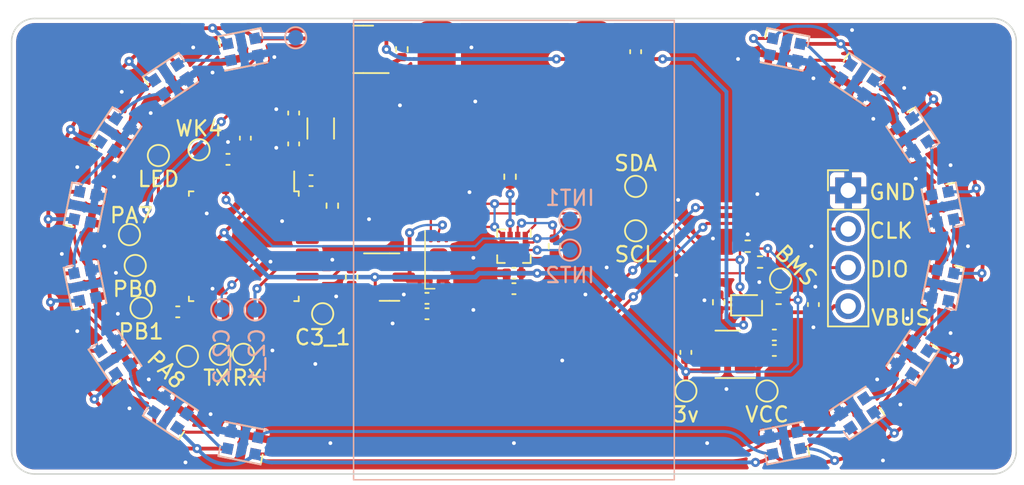
<source format=kicad_pcb>
(kicad_pcb (version 20240108) (generator "pcbnew") (generator_version "8.0")
  (layers (0 "F.Cu" signal) (31 "B.Cu" signal) (34 "B.Paste" user) (35 "F.Paste" user) (36 "B.SilkS" user "B.Silkscreen") (37 "F.SilkS" user "F.Silkscreen") (38 "B.Mask" user) (39 "F.Mask" user) (44 "Edge.Cuts" user))
  (net 0 "")
  (net 1 "VCC")
  (net 2 "VBUS")
  (net 3 "SWDIO")
  (net 4 "SWCLK")
  (net 5 "GND")
  (net 6 "+3V0")
  (net 7 "IMU_INT2")
  (net 8 "IMU_INT1")
  (net 9 "SCL")
  (net 10 "SDA")
  (net 11 "~{BMS_INT}")
  (net 12 "TS|MR")
  (net 13 "Net-(U4-PH3)")
  (net 14 "BH1730PowerCtrl")
  (net 16 "TSC_G2_IO1")
  (net 19 "Net-(U4-PC14)")
  (net 20 "Net-(U4-PC15)")
  (net 21 "TSC_G2_IO2")
  (net 22 "TSC_G3_IO1")
  (net 23 "WKUP4")
  (net 24 "Net-(U4-NRST)")
  (net 25 "LED IN")
  (net 28 "LEDPowerCtrl")
  (net 29 "TX")
  (net 30 "Net-(U3-SA0{slash}SDO)")
  (net 31 "Net-(U3-~{CS})")
  (net 33 "RX")
  (net 34 "+BATT")
  (net 35 "/LED_PWR")
  (net 36 "Net-(U4-PA7)")
  (net 37 "ALVCC")
  (net 38 "Net-(U4-PB0)")
  (net 39 "Net-(U4-PB1)")
  (net 40 "Net-(U4-PA8)")
  (footprint "Capacitor_SMD:C_0402_1005Metric" (layer "F.Cu") (at 163.576 95.504 180)
    (property "Reference" "C7" (hide yes))
    (property "Value" "100n")
  )
  (footprint "Package_TO_SOT_SMD:SOT-23-5" (layer "F.Cu") (at 199.7202 98.298 180)
    (property "Reference" "U1" (hide yes))
    (property "Value" "AP2205-3.0" (hide yes))
  )
  (footprint "Resistor_SMD:R_0402_1005Metric" (layer "F.Cu") (at 199.136 94.871 90)
    (property "Reference" "R5" (hide yes))
    (property "Value" "10k")
  )
  (footprint "Package_LGA:LGA-12_2x2mm_P0.5mm" (layer "F.Cu") (at 185.674 91.186 -90)
    (property "Reference" "U3" (hide yes))
    (property "Value" "LIS2DW12" (hide yes))
  )
  (footprint "Capacitor_SMD:C_0402_1005Metric" (layer "F.Cu") (at 179.959 94.615)
    (property "Reference" "C14" (hide yes))
    (property "Value" "100n")
  )
  (footprint "TestPoint:TestPoint_Pad_D1.0mm" (layer "F.Cu") (at 160.782 92.456)
    (property "Reference" "TP1" (hide yes))
    (property "Value" "PB0")
  )
  (footprint "Crystal:Crystal_SMD_3215-2Pin_3.2x1.5mm" (layer "F.Cu") (at 172.974 83.439 90)
    (property "Reference" "Y1" (hide yes))
    (property "Value" "32.768k")
  )
  (footprint "Resistor_SMD:R_0402_1005Metric" (layer "F.Cu") (at 188.341 91.186 90)
    (property "Reference" "R2" (hide yes))
    (property "Value" "10k")
  )
  (footprint "Resistor_SMD:R_0402_1005Metric" (layer "F.Cu") (at 185.42 86.614 -90)
    (property "Reference" "R3" (hide yes))
    (property "Value" "0")
  )
  (footprint "Capacitor_SMD:C_0402_1005Metric" (layer "F.Cu") (at 205.359 95.024 90)
    (property "Reference" "C2" (hide yes))
    (property "Value" "1u")
  )
  (footprint "Capacitor_SMD:C_0402_1005Metric" (layer "F.Cu") (at 202.791 97.028)
    (property "Reference" "C1" (hide yes))
    (property "Value" "10u")
  )
  (footprint "LED_SMD:LED_WS2812B-2020_PLCC4_2.0x2.0mm" (layer "F.Cu") (at 208.25176 102.168051 -146.25)
    (property "Reference" "REF**7" (hide yes))
    (property "Value" "LED_WS2812B-2020_PLCC4_2.0x2.0mm" (hide yes))
  )
  (footprint "Capacitor_SMD:C_0402_1005Metric" (layer "F.Cu") (at 172.339 86.868)
    (property "Reference" "C5" (hide yes))
    (property "Value" "100n")
  )
  (footprint "Capacitor_SMD:C_0402_1005Metric" (layer "F.Cu") (at 179.959 95.631)
    (property "Reference" "C15" (hide yes))
    (property "Value" "100n")
  )
  (footprint "Capacitor_SMD:C_0402_1005Metric" (layer "F.Cu") (at 185.674 93.98 180)
    (property "Reference" "C4" (hide yes))
    (property "Value" "10u")
  )
  (footprint "Capacitor_SMD:C_0402_1005Metric" (layer "F.Cu") (at 171.196 82.423 90)
    (property "Reference" "C13" (hide yes))
    (property "Value" "4p3")
  )
  (footprint "Package_QFP:LQFP-32_7x7mm_P0.8mm" (layer "F.Cu") (at 167.9194 91.186 -90)
    (property "Reference" "U4" (hide yes))
    (property "Value" "STM32L412KBTx" (hide yes))
  )
  (footprint "TestPoint:TestPoint_Pad_D1.0mm" (layer "F.Cu") (at 193.675 87.249)
    (property "Reference" "TP5" (hide yes))
    (property "Value" "SDA")
  )
  (footprint "LED_SMD:LED_WS2812B-2020_PLCC4_2.0x2.0mm" (layer "F.Cu") (at 208.25176 80.203949 -33.75)
    (property "Reference" "REF**12" (hide yes))
    (property "Value" "LED_WS2812B-2020_PLCC4_2.0x2.0mm" (hide yes))
  )
  (footprint "LED_SMD:LED_WS2812B-2020_PLCC4_2.0x2.0mm" (layer "F.Cu") (at 211.895839 98.523972 -123.75)
    (property "Reference" "REF**8" (hide yes))
    (property "Value" "LED_WS2812B-2020_PLCC4_2.0x2.0mm" (hide yes))
  )
  (footprint "Package_TO_SOT_SMD:SOT-23" (layer "F.Cu") (at 175.768 78.232 180)
    (property "Reference" "Q2" (hide yes))
    (property "Value" "Q_PMOS_GSD")
  )
  (footprint "Resistor_SMD:R_0402_1005Metric" (layer "F.Cu") (at 175.006 93.218 90)
    (property "Reference" "R8" (hide yes))
    (property "Value" "100k")
  )
  (footprint "TestPoint:TestPoint_Pad_D1.0mm" (layer "F.Cu") (at 164.973 84.836)
    (property "Reference" "TP13" (hide yes))
    (property "Value" "WK4")
  )
  (footprint "Package_TO_SOT_SMD:SOT-23" (layer "F.Cu") (at 177.4952 93.218)
    (property "Reference" "Q1" (hide yes))
    (property "Value" "Q_PMOS_GSD" (hide yes))
  )
  (footprint "LED_SMD:LED_WS2812B-2020_PLCC4_2.0x2.0mm" (layer "F.Cu") (at 203.490542 104.140211 -168.75)
    (property "Reference" "REF**6" (hide yes))
    (property "Value" "LED_WS2812B-2020_PLCC4_2.0x2.0mm" (hide yes))
  )
  (footprint "TestPoint:TestPoint_Pad_D1.0mm" (layer "F.Cu") (at 164.211 98.425)
    (property "Reference" "TP4" (hide yes))
    (property "Value" "PA8")
  )
  (footprint "LED_SMD:LED_WS2812B-2020_PLCC4_2.0x2.0mm" (layer "F.Cu") (at 167.857458 104.140212 168.75)
    (property "Reference" "REF**5" (hide yes))
    (property "Value" "LED_WS2812B-2020_PLCC4_2.0x2.0mm" (hide yes))
  )
  (footprint "Capacitor_SMD:C_0402_1005Metric" (layer "F.Cu") (at 171.196 84.455 -90)
    (property "Reference" "C12" (hide yes))
    (property "Value" "4p3")
  )
  (footprint "TestPoint:TestPoint_Pad_D1.0mm" (layer "F.Cu") (at 166.37 98.298)
    (property "Reference" "TP17" (hide yes))
    (property "Value" "TX")
  )
  (footprint "Connector_PinHeader_2.54mm:PinHeader_1x04_P2.54mm_Vertical" (layer "F.Cu") (at 207.645 87.513)
    (property "Reference" "J1" (hide yes))
    (property "Value" "Conn_01x04_Pin" (hide yes))
  )
  (footprint "LED_SMD:LED_WS2812B-2020_PLCC4_2.0x2.0mm" (layer "F.Cu") (at 157.479999 88.609247 78.75)
    (property "Reference" "REF**1" (hide yes))
    (property "Value" "LED_WS2812B-2020_PLCC4_2.0x2.0mm" (hide yes))
  )
  (footprint "Capacitor_SMD:C_0402_1005Metric" (layer "F.Cu") (at 168.021 84.074 -90)
    (property "Reference" "C10" (hide yes))
    (property "Value" "100n")
  )
  (footprint "Resistor_SMD:R_0402_1005Metric" (layer "F.Cu") (at 201.041 91.186)
    (property "Reference" "R7" (hide yes))
    (property "Value" "4k7")
  )
  (footprint "Capacitor_SMD:C_0402_1005Metric" (layer "F.Cu") (at 185.674 92.964 180)
    (property "Reference" "C3" (hide yes))
    (property "Value" "100n")
  )
  (footprint "Resistor_SMD:R_0402_1005Metric" (layer "F.Cu") (at 201.8538 92.2274)
    (property "Reference" "R6" (hide yes))
    (property "Value" "4k7")
  )
  (footprint "Resistor_SMD:R_0402_1005Metric" (layer "F.Cu") (at 178.308 78.232 -90)
    (property "Reference" "R9" (hide yes))
    (property "Value" "100k")
  )
  (footprint "Capacitor_SMD:C_0402_1005Metric" (layer "F.Cu") (at 202.791 98.044)
    (property "Reference" "C8" (hide yes))
    (property "Value" "1u")
  )
  (footprint "LED_SMD:LED_WS2812B-2020_PLCC4_2.0x2.0mm" (layer "F.Cu") (at 159.45216 98.523972 123.75)
    (property "Reference" "REF**3" (hide yes))
    (property "Value" "LED_WS2812B-2020_PLCC4_2.0x2.0mm" (hide yes))
  )
  (footprint "LED_SMD:LED_WS2812B-2020_PLCC4_2.0x2.0mm" (layer "F.Cu") (at 211.895839 83.848028 -56.25)
    (property "Reference" "REF**11" (hide yes))
    (property "Value" "LED_WS2812B-2020_PLCC4_2.0x2.0mm" (hide yes))
  )
  (footprint "TestPoint:TestPoint_Pad_D1.0mm" (layer "F.Cu") (at 167.894 98.298)
    (property "Reference" "RX1" (hide yes))
    (property "Value" "RX")
  )
  (footprint "TestPoint:TestPoint_Pad_D1.0mm" (layer "F.Cu") (at 162.306 85.217)
    (property "Reference" "TP12" (hide yes))
    (property "Value" "LED")
  )
  (footprint "TestPoint:TestPoint_Pad_D1.0mm" (layer "F.Cu") (at 202.311 100.711)
    (property "Reference" "TP9" (hide yes))
    (property "Value" "VCC")
  )
  (footprint "TestPoint:TestPoint_Pad_D1.0mm" (layer "F.Cu") (at 173.101 95.631)
    (property "Reference" "TP16" (hide yes))
    (property "Value" "C3_1")
  )
  (footprint "Capacitor_SMD:C_0402_1005Metric" (layer "F.Cu") (at 166.878 85.471 180)
    (property "Reference" "C6" (hide yes))
    (property "Value" "100n")
  )
  (footprint "TestPoint:TestPoint_Pad_D1.0mm" (layer "F.Cu") (at 193.675 90.17)
    (property "Reference" "TP6" (hide yes))
    (property "Value" "SCL")
  )
  (footprint "LED_SMD:LED_WS2812B-2020_PLCC4_2.0x2.0mm" (layer "F.Cu") (at 159.45216 83.848028 56.25)
    (property "Reference" "REF**" (hide yes))
    (property "Value" "LED_WS2812B-2020_PLCC4_2.0x2.0mm" (hide yes))
  )
  (footprint "Resistor_SMD:R_0402_1005Metric" (layer "F.Cu") (at 173.736 88.519 -90)
    (property "Reference" "R4" (hide yes))
    (property "Value" "10k")
  )
  (footprint "TestPoint:TestPoint_Pad_D1.0mm" (layer "F.Cu") (at 161.163 95.25)
    (property "Reference" "TP3" (hide yes))
    (property "Value" "PB1")
  )
  (footprint "Capacitor_SMD:C_0402_1005Metric" (layer "F.Cu") (at 196.977 98.171 90)
    (property "Reference" "C9" (hide yes))
    (property "Value" "2u2")
  )
  (footprint "LED_SMD:LED_WS2812B-2020_PLCC4_2.0x2.0mm" (layer "F.Cu") (at 163.096239 80.203949 33.75)
    (property "Reference" "REF**15" (hide yes))
    (property "Value" "LED_WS2812B-2020_PLCC4_2.0x2.0mm" (hide yes))
  )
  (footprint "LED_SMD:LED_WS2812B-2020_PLCC4_2.0x2.0mm" (layer "F.Cu") (at 213.868 93.762753 -101.25)
    (property "Reference" "REF**9" (hide yes))
    (property "Value" "LED_WS2812B-2020_PLCC4_2.0x2.0mm" (hide yes))
  )
  (footprint "Components:WSOF6" (layer "F.Cu") (at 180.721 92.075 90)
    (property "Reference" "U5")
    (property "Value" "BH1730" (hide yes))
  )
  (footprint "LED_SMD:LED_WS2812B-2020_PLCC4_2.0x2.0mm" (layer "F.Cu") (at 213.867999 88.609246 -78.75)
    (property "Reference" "REF**10" (hide yes))
    (property "Value" "LED_WS2812B-2020_PLCC4_2.0x2.0mm" (hide yes))
  )
  (footprint "LED_SMD:LED_WS2812B-2020_PLCC4_2.0x2.0mm" (layer "F.Cu") (at 163.096239 102.168051 146.25)
    (property "Reference" "REF**4" (hide yes))
    (property "Value" "LED_WS2812B-2020_PLCC4_2.0x2.0mm" (hide yes))
  )
  (footprint "Resistor_SMD:R_0402_1005Metric" (layer "F.Cu") (at 203.073 94.615)
    (property "Reference" "R1" (hide yes))
    (property "Value" "10k")
  )
  (footprint "Capacitor_SMD:C_0402_1005Metric" (layer "F.Cu") (at 193.675 78.387 90)
    (property "Reference" "C11" (hide yes))
    (property "Value" "1u")
  )
  (footprint "Components:Texas_DSBGA-8-1.04x1.59mm" (layer "F.Cu") (at 200.9648 95.0722 -90)
    (property "Reference" "U2" (hide yes))
    (property "Value" "BQ21080" (hide yes))
  )
  (footprint "LED_SMD:LED_WS2812B-2020_PLCC4_2.0x2.0mm" (layer "F.Cu") (at 167.857457 78.231789 11.25)
    (property "Reference" "REF**14" (hide yes))
    (property "Value" "LED_WS2812B-2020_PLCC4_2.0x2.0mm" (hide yes))
  )
  (footprint "LED_SMD:LED_WS2812B-2020_PLCC4_2.0x2.0mm" (layer "F.Cu") (at 157.48 93.762754 101.25)
    (property "Reference" "REF**2" (hide yes))
    (property "Value" "LED_WS2812B-2020_PLCC4_2.0x2.0mm" (hide yes))
  )
  (footprint "LED_SMD:LED_WS2812B-2020_PLCC4_2.0x2.0mm" (layer "F.Cu") (at 203.490541 78.231788 -11.25)
    (property "Reference" "REF**13" (hide yes))
    (property "Value" "LED_WS2812B-2020_PLCC4_2.0x2.0mm" (hide yes))
  )
  (footprint "TestPoint:TestPoint_Pad_D1.0mm" (layer "F.Cu") (at 196.977 100.711)
    (property "Reference" "TP10" (hide yes))
    (property "Value" "3v")
  )
  (footprint "TestPoint:TestPoint_Pad_D1.0mm" (layer "F.Cu") (at 160.401 90.424)
    (property "Reference" "TP2" (hide yes))
    (property "Value" "PA7")
  )
  (footprint "Components:battery_20x30" (layer "F.Cu") (at 185.674 78.867)
    (property "Reference" "BT1" (hide yes))
    (property "Value" "200mAh")
  )
  (footprint "TestPoint:TestPoint_Pad_D1.0mm" (layer "F.Cu") (at 203.2 93.345)
    (property "Reference" "TP11" (hide yes))
    (property "Value" "BMS")
  )
  (footprint "LED_SMD:LED_WS2812B-2020_PLCC4_2.0x2.0mm" (layer "B.Cu") (at 213.868 93.762753 78.75)
    (property "Reference" "REF**12" (hide yes))
    (property "Value" "LED_WS2812B-2020_PLCC4_2.0x2.0mm" (hide yes))
  )
  (footprint "LED_SMD:LED_WS2812B-2020_PLCC4_2.0x2.0mm" (layer "B.Cu") (at 159.452161 83.849711 -123.75)
    (property "Reference" "REF**5" (hide yes))
    (property "Value" "LED_WS2812B-2020_PLCC4_2.0x2.0mm" (hide yes))
  )
  (footprint "TestPoint:TestPoint_Pad_D1.0mm" (layer "B.Cu") (at 166.4694 95.361 180)
    (property "Reference" "TP15" (hide yes))
    (property "Value" "C2_2")
  )
  (footprint "LED_SMD:LED_WS2812B-2020_PLCC4_2.0x2.0mm" (layer "B.Cu") (at 167.857459 78.233471 -168.75)
    (property "Reference" "REF**7" (hide yes))
    (property "Value" "LED_WS2812B-2020_PLCC4_2.0x2.0mm" (hide yes))
  )
  (footprint "TestPoint:TestPoint_Pad_D1.0mm" (layer "B.Cu") (at 189.357 89.408 180)
    (property "Reference" "TP7" (hide yes))
    (property "Value" "INT1")
  )
  (footprint "LED_SMD:LED_WS2812B-2020_PLCC4_2.0x2.0mm" (layer "B.Cu") (at 211.895839 98.523972 56.25)
    (property "Reference" "REF**13" (hide yes))
    (property "Value" "LED_WS2812B-2020_PLCC4_2.0x2.0mm" (hide yes))
  )
  (footprint "TestPoint:TestPoint_Pad_D1.0mm" (layer "B.Cu") (at 171.323 77.47 180)
    (property "Reference" "REF**" (hide yes))
    (property "Value" "TestPoint_Pad_D1.0mm" (hide yes))
  )
  (footprint "LED_SMD:LED_WS2812B-2020_PLCC4_2.0x2.0mm" (layer "B.Cu") (at 208.251759 102.16805 33.75)
    (property "Reference" "REF**14" (hide yes))
    (property "Value" "LED_WS2812B-2020_PLCC4_2.0x2.0mm" (hide yes))
  )
  (footprint "LED_SMD:LED_WS2812B-2020_PLCC4_2.0x2.0mm" (layer "B.Cu") (at 163.096241 80.205633 -146.25)
    (property "Reference" "REF**6" (hide yes))
    (property "Value" "LED_WS2812B-2020_PLCC4_2.0x2.0mm" (hide yes))
  )
  (footprint "LED_SMD:LED_WS2812B-2020_PLCC4_2.0x2.0mm" (layer "B.Cu") (at 203.490541 104.140212 11.25)
    (property "Reference" "REF**15" (hide yes))
    (property "Value" "LED_WS2812B-2020_PLCC4_2.0x2.0mm" (hide yes))
  )
  (footprint "LED_SMD:LED_WS2812B-2020_PLCC4_2.0x2.0mm" (layer "B.Cu") (at 157.48 88.61093 -101.25)
    (property "Reference" "REF**4" (hide yes))
    (property "Value" "LED_WS2812B-2020_PLCC4_2.0x2.0mm" (hide yes))
  )
  (footprint "LED_SMD:LED_WS2812B-2020_PLCC4_2.0x2.0mm" (layer "B.Cu") (at 203.490541 78.231788 168.75)
    (property "Reference" "REF**8" (hide yes))
    (property "Value" "LED_WS2812B-2020_PLCC4_2.0x2.0mm" (hide yes))
  )
  (footprint "LED_SMD:LED_WS2812B-2020_PLCC4_2.0x2.0mm" (layer "B.Cu") (at 167.857459 104.141895 -11.25)
    (property "Reference" "REF**" (hide yes))
    (property "Value" "LED_WS2812B-2020_PLCC4_2.0x2.0mm" (hide yes))
  )
  (footprint "LED_SMD:LED_WS2812B-2020_PLCC4_2.0x2.0mm" (layer "B.Cu") (at 208.25176 80.203949 146.25)
    (property "Reference" "REF**9" (hide yes))
    (property "Value" "LED_WS2812B-2020_PLCC4_2.0x2.0mm" (hide yes))
  )
  (footprint "LED_SMD:LED_WS2812B-2020_PLCC4_2.0x2.0mm" (layer "B.Cu") (at 159.452162 98.525654 -56.25)
    (property "Reference" "REF**2" (hide yes))
    (property "Value" "LED_WS2812B-2020_PLCC4_2.0x2.0mm" (hide yes))
  )
  (footprint "LED_SMD:LED_WS2812B-2020_PLCC4_2.0x2.0mm" (layer "B.Cu") (at 157.48 93.764436 -78.75)
    (property "Reference" "REF**3" (hide yes))
    (property "Value" "LED_WS2812B-2020_PLCC4_2.0x2.0mm" (hide yes))
  )
  (footprint "TestPoint:TestPoint_Pad_D1.0mm" (layer "B.Cu") (at 168.656 95.377 180)
    (property "Reference" "TP14" (hide yes))
    (property "Value" "C2_1")
  )
  (footprint "LED_SMD:LED_WS2812B-2020_PLCC4_2.0x2.0mm" (layer "B.Cu") (at 163.09624 102.169734 -33.75)
    (property "Reference" "REF**1" (hide yes))
    (property "Value" "LED_WS2812B-2020_PLCC4_2.0x2.0mm" (hide yes))
  )
  (footprint "LED_SMD:LED_WS2812B-2020_PLCC4_2.0x2.0mm" (layer "B.Cu") (at 211.895838 83.848029 123.75)
    (property "Reference" "REF**10" (hide yes))
    (property "Value" "LED_WS2812B-2020_PLCC4_2.0x2.0mm" (hide yes))
  )
  (footprint "TestPoint:TestPoint_Pad_D1.0mm" (layer "B.Cu") (at 189.357 91.44 180)
    (property "Reference" "TP8" (hide yes))
    (property "Value" "INT2")
  )
  (footprint "LED_SMD:LED_WS2812B-2020_PLCC4_2.0x2.0mm" (layer "B.Cu") (at 213.868 88.609247 101.25)
    (property "Reference" "REF**11" (hide yes))
    (property "Value" "LED_WS2812B-2020_PLCC4_2.0x2.0mm" (hide yes))
  )
  (gr_line (start 217.17 76.2) (end 154.178 76.2) (stroke (width 0.1)) (layer "Edge.Cuts"))
  (gr_arc (start 218.694 104.648) (mid 218.247631 105.725631) (end 217.17 106.172) (stroke (width 0.1)) (layer "Edge.Cuts"))
  (gr_line (start 218.694 77.724) (end 218.694 104.648) (stroke (width 0.1)) (layer "Edge.Cuts"))
  (gr_arc (start 154.178 106.172) (mid 153.100369 105.725631) (end 152.654 104.648) (stroke (width 0.1)) (layer "Edge.Cuts"))
  (gr_line (start 152.654 77.724) (end 152.654 104.648) (stroke (width 0.1)) (layer "Edge.Cuts"))
  (gr_arc (start 152.654 77.724) (mid 153.100369 76.646369) (end 154.178 76.2) (stroke (width 0.1)) (layer "Edge.Cuts"))
  (gr_arc (start 217.17 76.2) (mid 218.247631 76.646369) (end 218.694 77.724) (stroke (width 0.1)) (layer "Edge.Cuts"))
  (gr_line (start 217.17 106.172) (end 154.178 106.172) (stroke (width 0.1)) (layer "Edge.Cuts"))
  (gr_text "CLK" (at 208.9658 90.7542 0) (layer "F.SilkS") (effects (font (size 1 1)) (justify left bottom)))
  (gr_text "VBUS" (at 209.0674 96.4692 0) (layer "F.SilkS") (effects (font (size 1 1)) (justify left bottom)))
  (gr_text "GND" (at 208.9404 88.2142 0) (layer "F.SilkS") (effects (font (size 1 1)) (justify left bottom)))
  (gr_text "DIO" (at 208.9912 93.2942 0) (layer "F.SilkS") (effects (font (size 1 1)) (justify left bottom)))
  (segment (start 213.15006 97.372082) (end 213.15006 94.552872) (width 0.2) (layer "F.Cu") (net 0))
  (segment (start 166.156075 78.159432) (end 164.162597 80.152911) (width 0.2) (layer "F.Cu") (net 0))
  (segment (start 211.844801 82.78167) (end 211.311599 82.248468) (width 0.2) (layer "F.Cu") (net 0))
  (segment (start 214.58594 92.972634) (end 214.58594 92.218574) (width 0.2) (layer "F.Cu") (net 0))
  (segment (start 164.248129 103.422272) (end 167.067339 103.422272) (width 0.2) (layer "F.Cu") (net 0))
  (segment (start 207.09987 78.949728) (end 204.28066 78.949728) (width 0.2) (layer "F.Cu") (net 0))
  (segment (start 158.197939 84.999918) (end 158.197939 87.819128) (width 0.2) (layer "F.Cu") (net 0))
  (segment (start 156.762059 89.399366) (end 156.762059 90.153426) (width 0.2) (layer "F.Cu") (net 0))
  (segment (start 168.647577 104.858152) (end 199.881214 104.858152) (width 0.2) (layer "F.Cu") (net 0))
  (segment (start 205.191924 104.212568) (end 207.185402 102.219089) (width 0.2) (layer "F.Cu") (net 0))
  (segment (start 213.940356 86.907864) (end 211.946877 84.914386) (width 0.2) (layer "F.Cu") (net 0))
  (segment (start 162.029881 80.254987) (end 161.496679 80.788189) (width 0.2) (layer "F.Cu") (net 0))
  (segment (start 157.407643 95.464136) (end 159.401122 97.457614) (width 0.2) (layer "F.Cu") (net 0))
  (segment (start 209.318118 102.117013) (end 209.85132 101.583811) (width 0.2) (layer "F.Cu") (net 0))
  (segment (start 159.503198 99.59033) (end 160.0364 100.123532) (width 0.2) (layer "F.Cu") (net 0))
  (segment (start 201.422 77.513848) (end 202.700422 77.513848) (width 0.2) (layer "F.Cu") (net 0))
  (via (at 201.422 77.513848) (size 0.6) (drill 0.25) (layers "F.Cu" "B.Cu") (net 0))
  (arc (start 204.49526 104.501135) (mid 204.872292 104.426139) (end 205.191924 104.212568) (width 0.2) (layer "F.Cu") (net 0))
  (arc (start 157.119076 94.767472) (mid 157.194072 95.144504) (end 157.407643 95.464136) (width 0.2) (layer "F.Cu") (net 0))
  (arc (start 199.881214 104.858152) (mid 201.290819 104.577765) (end 202.485824 103.779287) (width 0.2) (layer "F.Cu") (net 0))
  (arc (start 214.228923 87.604528) (mid 214.153927 87.227496) (end 213.940356 86.907864) (width 0.2) (layer "F.Cu") (net 0))
  (arc (start 156.762059 90.153426) (mid 157.042446 91.563031) (end 157.840924 92.758036) (width 0.2) (layer "F.Cu") (net 0))
  (arc (start 161.496679 80.788189) (mid 160.698202 81.983193) (end 160.417815 83.392797) (width 0.2) (layer "F.Cu") (net 0))
  (arc (start 211.311599 82.248468) (mid 210.116595 81.449991) (end 208.706991 81.169604) (width 0.2) (layer "F.Cu") (net 0))
  (arc (start 209.85132 101.583811) (mid 210.649797 100.388807) (end 210.930184 98.979203) (width 0.2) (layer "F.Cu") (net 0))
  (arc (start 158.486505 84.303259) (mid 158.272935 84.622889) (end 158.197939 84.999918) (width 0.2) (layer "F.Cu") (net 0))
  (arc (start 163.55147 103.133706) (mid 163.8711 103.347276) (end 164.248129 103.422272) (width 0.2) (layer "F.Cu") (net 0))
  (arc (start 160.0364 100.123532) (mid 161.231404 100.922009) (end 162.641008 101.202396) (width 0.2) (layer "F.Cu") (net 0))
  (arc (start 207.796529 79.238294) (mid 207.476899 79.024724) (end 207.09987 78.949728) (width 0.2) (layer "F.Cu") (net 0))
  (arc (start 166.852739 77.870865) (mid 166.475707 77.945861) (end 166.156075 78.159432) (width 0.2) (layer "F.Cu") (net 0))
  (arc (start 214.58594 92.218574) (mid 214.305553 90.808969) (end 213.507075 89.613964) (width 0.2) (layer "F.Cu") (net 0))
  (arc (start 212.861494 98.068741) (mid 213.075064 97.749111) (end 213.15006 97.372082) (width 0.2) (layer "F.Cu") (net 0))
  (segment (start 209.318118 80.254987) (end 209.851318 80.788187) (width 0.2) (layer "B.Cu") (net 0))
  (segment (start 214.58594 89.399366) (end 214.58594 90.153427) (width 0.2) (layer "B.Cu") (net 0))
  (segment (start 205.191923 78.159431) (end 207.185402 80.152911) (width 0.2) (layer "B.Cu") (net 0))
  (segment (start 213.940357 95.464135) (end 211.946877 97.457614) (width 0.2) (layer "B.Cu") (net 0))
  (segment (start 202.485823 78.592712) (end 201.432636 77.539525) (width 0.2) (layer "B.Cu") (net 0))
  (segment (start 158.19794 97.373761) (end 158.19794 94.554555) (width 0.2) (layer "B.Cu") (net 0))
  (segment (start 159.503199 82.783353) (end 160.036399 82.250153) (width 0.2) (layer "B.Cu") (net 0))
  (segment (start 207.099866 103.422272) (end 204.28066 103.422272) (width 0.2) (layer "B.Cu") (net 0))
  (segment (start 168.647578 77.515531) (end 168.711968 77.515531) (width 0.2) (layer "B.Cu") (net 0))
  (segment (start 166.156077 104.214252) (end 164.162598 102.220772) (width 0.2) (layer "B.Cu") (net 0))
  (segment (start 164.248134 78.951411) (end 167.06734 78.951411) (width 0.2) (layer "B.Cu") (net 0))
  (segment (start 162.029882 102.118696) (end 161.496682 101.585496) (width 0.2) (layer "B.Cu") (net 0))
  (segment (start 200.876771 104.102771) (end 200.66 103.886) (width 0.2) (layer "B.Cu") (net 0))
  (segment (start 157.407643 86.909548) (end 159.401123 84.916069) (width 0.2) (layer "B.Cu") (net 0))
  (segment (start 168.757499 77.47) (end 171.323 77.47) (width 0.2) (layer "B.Cu") (net 0))
  (segment (start 213.15006 84.999922) (end 213.15006 87.819128) (width 0.2) (layer "B.Cu") (net 0))
  (segment (start 211.844801 99.59033) (end 211.311601 100.12353) (width 0.2) (layer "B.Cu") (net 0))
  (segment (start 199.43358 103.378) (end 169.835035 103.378) (width 0.2) (layer "B.Cu") (net 0))
  (segment (start 156.76206 92.974317) (end 156.76206 92.220256) (width 0.2) (layer "B.Cu") (net 0))
  (segment (start 168.711968 77.515531) (end 168.757499 77.47) (width 0.2) (layer "B.Cu") (net 0))
  (arc (start 214.58594 90.153427) (mid 214.305552 91.56303) (end 213.507076 92.758035) (width 0.2) (layer "B.Cu") (net 0))
  (arc (start 166.852741 104.502819) (mid 166.475709 104.427823) (end 166.156077 104.214252) (width 0.2) (layer "B.Cu") (net 0))
  (arc (start 157.119076 87.606212) (mid 157.194072 87.22918) (end 157.407643 86.909548) (width 0.2) (layer "B.Cu") (net 0))
  (arc (start 209.851318 80.788187) (mid 210.649795 81.983193) (end 210.930183 83.392798) (width 0.2) (layer "B.Cu") (net 0))
  (arc (start 160.036399 82.250153) (mid 161.231405 81.451676) (end 162.64101 81.171288) (width 0.2) (layer "B.Cu") (net 0))
  (arc (start 204.495259 77.870864) (mid 204.872291 77.94586) (end 205.191923 78.159431) (width 0.2) (layer "B.Cu") (net 0))
  (arc (start 200.66 103.886) (mid 200.097314 103.510025) (end 199.43358 103.378) (width 0.2) (layer "B.Cu") (net 0))
  (arc (start 158.486507 98.070423) (mid 158.272937 97.750792) (end 158.19794 97.373761) (width 0.2) (layer "B.Cu") (net 0))
  (arc (start 201.432636 77.539525) (mid 201.424765 77.527745) (end 201.422 77.513848) (width 0.2) (layer "B.Cu") (net 0))
  (arc (start 163.551472 79.239978) (mid 163.871103 79.026408) (end 164.248134 78.951411) (width 0.2) (layer "B.Cu") (net 0))
  (arc (start 207.796528 103.133705) (mid 207.476897 103.347275) (end 207.099866 103.422272) (width 0.2) (layer "B.Cu") (net 0))
  (arc (start 212.861493 84.30326) (mid 213.075063 84.622891) (end 213.15006 84.999922) (width 0.2) (layer "B.Cu") (net 0))
  (arc (start 156.76206 92.220256) (mid 157.042448 90.810653) (end 157.840924 89.615648) (width 0.2) (layer "B.Cu") (net 0))
  (arc (start 202.700422 104.858152) (mid 201.713469 104.661835) (end 200.876771 104.102771) (width 0.2) (layer "B.Cu") (net 0))
  (arc (start 214.228924 94.767471) (mid 214.153928 95.144503) (end 213.940357 95.464135) (width 0.2) (layer "B.Cu") (net 0))
  (arc (start 211.311601 100.12353) (mid 210.116595 100.922007) (end 208.70699 101.202395) (width 0.2) (layer "B.Cu") (net 0))
  (arc (start 169.835035 103.378) (mid 169.308528 103.482728) (end 168.862177 103.780971) (width 0.2) (layer "B.Cu") (net 0))
  (arc (start 161.496682 101.585496) (mid 160.698205 100.39049) (end 160.417817 98.980885) (width 0.2) (layer "B.Cu") (net 0))
  (segment (start 201.742 99.248) (end 200.8577 99.248) (width 0.25) (layer "F.Cu") (net 1))
  (segment (start 202.118 97.348) (end 200.8577 97.348) (width 0.25) (layer "F.Cu") (net 1))
  (segment (start 202.184 98.806) (end 201.742 99.248) (width 0.25) (layer "F.Cu") (net 1))
  (segment (start 201.742 100.142) (end 201.742 99.248) (width 0.3) (layer "F.Cu") (net 1))
  (segment (start 201.168 95.631) (end 202.184 96.647) (width 0.25) (layer "F.Cu") (net 1))
  (segment (start 202.184 97.282) (end 202.118 97.348) (width 0.25) (layer "F.Cu") (net 1))
  (segment (start 202.184 97.282) (end 202.184 98.806) (width 0.25) (layer "F.Cu") (net 1))
  (segment (start 201.1648 95.2722) (end 201.1648 95.6278) (width 0.25) (layer "F.Cu") (net 1))
  (segment (start 202.184 96.647) (end 202.184 97.282) (width 0.25) (layer "F.Cu") (net 1))
  (segment (start 202.311 100.711) (end 201.742 100.142) (width 0.3) (layer "F.Cu") (net 1))
  (segment (start 201.1648 95.6278) (end 201.168 95.631) (width 0.2) (layer "F.Cu") (net 1))
  (segment (start 206.3216 95.532) (end 202.593 95.532) (width 0.25) (layer "F.Cu") (net 2))
  (segment (start 207.645 95.133) (end 206.7206 95.133) (width 0.25) (layer "F.Cu") (net 2))
  (segment (start 206.7206 95.133) (end 206.3216 95.532) (width 0.25) (layer "F.Cu") (net 2))
  (segment (start 201.5648 95.2722) (end 202.3332 95.2722) (width 0.25) (layer "F.Cu") (net 2))
  (segment (start 202.3332 95.2722) (end 202.593 95.532) (width 0.25) (layer "F.Cu") (net 2))
  (segment (start 193.5226 94.5134) (end 190.119 97.917) (width 0.2) (layer "F.Cu") (net 3))
  (segment (start 171.069 97.917) (end 169.9194 96.7674) (width 0.2) (layer "F.Cu") (net 3))
  (segment (start 190.119 97.917) (end 171.069 97.917) (width 0.2) (layer "F.Cu") (net 3))
  (segment (start 169.9194 96.7674) (end 169.9194 95.361) (width 0.2) (layer "F.Cu") (net 3))
  (segment (start 205.242 92.593) (end 207.645 92.593) (width 0.2) (layer "F.Cu") (net 3))
  (segment (start 198.3486 89.6874) (end 202.3364 89.6874) (width 0.2) (layer "F.Cu") (net 3))
  (segment (start 202.3364 89.6874) (end 205.242 92.593) (width 0.2) (layer "F.Cu") (net 3))
  (segment (start 198.0946 89.9414) (end 198.3486 89.6874) (width 0.2) (layer "F.Cu") (net 3))
  (via (at 198.0946 89.9414) (size 0.6) (drill 0.25) (layers "F.Cu" "B.Cu") (net 3))
  (via (at 193.5226 94.5134) (size 0.6) (drill 0.25) (layers "F.Cu" "B.Cu") (net 3))
  (segment (start 193.5226 94.5134) (end 198.0946 89.9414) (width 0.2) (layer "B.Cu") (net 3))
  (segment (start 205.115 90.053) (end 204.089 89.027) (width 0.2) (layer "F.Cu") (net 4))
  (segment (start 189.103 97.155) (end 171.577 97.155) (width 0.2) (layer "F.Cu") (net 4))
  (segment (start 171.577 97.155) (end 170.7194 96.2974) (width 0.2) (layer "F.Cu") (net 4))
  (segment (start 204.089 89.027) (end 203.708 88.646) (width 0.2) (layer "F.Cu") (net 4))
  (segment (start 170.7194 96.2974) (end 170.7194 95.361) (width 0.2) (layer "F.Cu") (net 4))
  (segment (start 193.4845 92.7735) (end 189.103 97.155) (width 0.2) (layer "F.Cu") (net 4))
  (segment (start 203.708 88.646) (end 197.612 88.646) (width 0.2) (layer "F.Cu") (net 4))
  (segment (start 207.645 90.053) (end 205.115 90.053) (width 0.2) (layer "F.Cu") (net 4))
  (via (at 193.4845 92.7735) (size 0.6) (drill 0.25) (layers "F.Cu" "B.Cu") (net 4))
  (via (at 197.612 88.646) (size 0.6) (drill 0.25) (layers "F.Cu" "B.Cu") (net 4))
  (segment (start 197.612 88.646) (end 193.4845 92.7735) (width 0.2) (layer "B.Cu") (net 4))
  (segment (start 171.196 82.903) (end 171.196 83.439) (width 0.2) (layer "F.Cu") (net 5))
  (segment (start 180.721 93.472) (end 180.721 93.934192) (width 0.25) (layer "F.Cu") (net 5))
  (segment (start 180.721 93.472) (end 181.229 93.472) (width 0.25) (layer "F.Cu") (net 5))
  (segment (start 200.3648 95.2722) (end 199.2448 95.2722) (width 0.25) (layer "F.Cu") (net 5))
  (segment (start 171.196 83.439) (end 172.974 83.439) (width 0.2) (layer "F.Cu") (net 5))
  (segment (start 199.2448 95.2722) (end 199.136 95.381) (width 0.25) (layer "F.Cu") (net 5))
  (via (at 182.753 87.63) (size 0.6) (drill 0.25) (layers "F.Cu" "B.Cu") (net 5))
  (via (at 211.5312 95.9358) (size 0.6) (drill 0.25) (layers "F.Cu" "B.Cu") (net 5))
  (via (at 200.406 78.867) (size 0.6) (drill 0.25) (layers "F.Cu" "B.Cu") (net 5))
  (via (at 169.926 78.74) (size 0.6) (drill 0.25) (layers "F.Cu" "B.Cu") (net 5))
  (via (at 212.09 86.741) (size 0.6) (drill 0.25) (layers "F.Cu" "B.Cu") (net 5))
  (via (at 209.931 105.283) (size 0.6) (drill 0.25) (layers "F.Cu" "B.Cu") (net 5))
  (via (at 159.385 86.614) (size 0.6) (drill 0.25) (layers "F.Cu" "B.Cu") (net 5))
  (via (at 173.736 92.075) (size 0.6) (drill 0.25) (layers "F.Cu" "B.Cu") (net 5))
  (via (at 161.798 82.423) (size 0.6) (drill 0.25) (layers "F.Cu" "B.Cu") (net 5))
  (via (at 170.434 89.535) (size 0.6) (drill 0.25) (layers "F.Cu" "B.Cu") (net 5))
  (via (at 165.862 79.756) (size 0.6) (drill 0.25) (layers "F.Cu" "B.Cu") (net 5))
  (via (at 170.053 84.709) (size 0.6) (drill 0.25) (layers "F.Cu" "B.Cu") (net 5))
  (via (at 209.55 99.949) (size 0.6) (drill 0.25) (layers "F.Cu" "B.Cu") (net 5))
  (via (at 173.99 94.488) (size 0.6) (drill 0.25) (layers "F.Cu" "B.Cu") (net 5))
  (via (at 198.374 104.14) (size 0.6) (drill 0.25) (layers "F.Cu" "B.Cu") (net 5))
  (via (at 214.376 85.852) (size 0.6) (drill 0.25) (layers "F.Cu" "B.Cu") (net 5))
  (via (at 176.149 89.408) (size 0.6) (drill 0.25) (layers "F.Cu" "B.Cu") (net 5))
  (via (at 165.862 93.98) (size 0.6) (drill 0.25) (layers "F.Cu" "B.Cu") (net 5))
  (via (at 182.88 78.105) (size 0.6) (drill 0.25) (layers "F.Cu" "B.Cu") (net 5))
  (via (at 178.435 94.361) (size 0.6) (drill 0.25) (layers "F.Cu" "B.Cu") (net 5))
  (via (at 183.007 91.948) (size 0.6) (drill 0.25) (layers "F.Cu" "B.Cu") (net 5))
  (via (at 172.6184 98.933) (size 0.6) (drill 0.25) (layers "F.Cu" "B.Cu") (net 5))
  (via (at 185.674 104.14) (size 0.6) (drill 0.25) (layers "F.Cu" "B.Cu") (net 5))
  (via (at 155.956 91.694) (size 0.6) (drill 0.25) (layers "F.Cu" "B.Cu") (net 5))
  (via (at 159.639 95.631) (size 0.6) (drill 0.25) (layers "F.Cu" "B.Cu") (net 5))
  (via (at 211.074 101.6) (size 0.6) (drill 0.25) (layers "F.Cu" "B.Cu") (net 5))
  (via (at 160.401 101.854) (size 0.6) (drill 0.25) (layers "F.Cu" "B.Cu") (net 5))
  (via (at 169.799 98.044) (size 0.6) (drill 0.25) (layers "F.Cu" "B.Cu") (net 5))
  (via (at 201.676 87.757) (size 0.6) (drill 0.25) (layers "F.Cu" "B.Cu") (net 5))
  (via (at 164.592 78.105) (size 0.6) (drill 0.25) (layers "F.Cu" "B.Cu") (net 5))
  (via (at 209.296 82.804) (size 0.6) (drill 0.25) (layers "F.Cu" "B.Cu") (net 5))
  (via (at 196.469 88.138) (size 0.6) (drill 0.25) (layers "F.Cu" "B.Cu") (net 5))
  (via (at 169.672 92.202) (size 0.6) (drill 0.25) (layers "F.Cu" "B.Cu") (net 5))
  (via (at 158.75 91.186) (size 0.6) (drill 0.25) (layers "F.Cu" "B.Cu") (net 5))
  (via (at 201.041 90.3986) (size 0.6) (drill 0.25) (layers "F.Cu" "B.Cu") (net 5))
  (via (at 161.671 99.949) (size 0.6) (drill 0.25) (layers "F.Cu" "B.Cu") (net 5))
  (via (at 166.878 84.328) (size 0.6) (drill 0.25) (layers "F.Cu" "B.Cu") (net 5))
  (via (at 188.849 98.7044) (size 0.6) (drill 0.25) (layers "F.Cu" "B.Cu") (net 5))
  (via (at 183.007 95.377) (size 0.6) (drill 0.25) (layers "F.Cu" "B.Cu") (net 5))
  (via (at 170.053 82.169) (size 0.6) (drill 0.25) (layers "F.Cu" "B.Cu") (net 5))
  (via (at 159.893 81.026) (size 0.6) (drill 0.25) (layers "F.Cu" "B.Cu") (net 5))
  (via (at 205.232 91.186) (size 0.6) (drill 0.25) (layers "F.Cu" "B.Cu") (net 5))
  (via (at 205.359 96.52) (size 0.6) (drill 0.25) (layers "F.Cu" "B.Cu") (net 5))
  (via (at 173.609 104.14) (size 0.6) (drill 0.25) (layers "F.Cu" "B.Cu") (net 5))
  (via (at 178.181 81.915) (size 0.6) (drill 0.25) (layers "F.Cu" "B.Cu") (net 5))
  (via (at 156.972 85.979) (size 0.6) (drill 0.25) (layers "F.Cu" "B.Cu") (net 5))
  (via (at 211.328 80.772) (size 0.6) (drill 0.25) (layers "F.Cu" "B.Cu") (net 5))
  (via (at 215.519 91.186) (size 0.6) (drill 0.25) (layers "F.Cu" "B.Cu") (net 5))
  (via (at 159.512 92.9386) (size 0.6) (drill 0.25) (layers "F.Cu" "B.Cu") (net 5))
  (via (at 190.373 94.361) (size 0.6) (drill 0.25) (layers "F.Cu" "B.Cu") (net 5))
  (via (at 198.755 90.678) (size 0.6) (drill 0.25) (layers "F.Cu" "B.Cu") (net 5))
  (via (at 165.735 102.235) (size 0.6) (drill 0.25) (layers "F.Cu" "B.Cu") (net 5))
  (via (at 201.803 93.5482) (size 0.6) (drill 0.25) (layers "F.Cu" "B.Cu") (net 5))
  (via (at 191.77 92.583) (size 0.6) (drill 0.25) (layers "F.Cu" "B.Cu") (net 5))
  (via (at 199.644 100.584) (size 0.6) (drill 0.25) (layers "F.Cu" "B.Cu") (net 5))
  (via (at 156.972 96.774) (size 0.6) (drill 0.25) (layers "F.Cu" "B.Cu") (net 5))
  (via (at 196.342 93.091) (size 0.6) (drill 0.25) (layers "F.Cu" "B.Cu") (net 5))
  (via (at 205.486 93.853) (size 0.6) (drill 0.25) (layers "F.Cu" "B.Cu") (net 5))
  (via (at 198.1962 94.742) (size 0.6) (drill 0.25) (layers "F.Cu" "B.Cu") (net 5))
  (via (at 205.359 80.137) (size 0.6) (drill 0.25) (layers "F.Cu" "B.Cu") (net 5))
  (via (at 177.6984 96.266) (size 0.6) (drill 0.25) (layers "F.Cu" "B.Cu") (net 5))
  (via (at 165.481 89.027) (size 0.6) (drill 0.25) (layers "F.Cu" "B.Cu") (net 5))
  (via (at 207.899 76.962) (size 0.6) (drill 0.25) (layers "F.Cu" "B.Cu") (net 5))
  (via (at 214.376 96.901) (size 0.6) (drill 0.25) (layers "F.Cu" "B.Cu") (net 5))
  (via (at 183.134 81.661) (size 0.6) (drill 0.25) (layers "F.Cu" "B.Cu") (net 5))
  (via (at 164.084 105.41) (size 0.6) (drill 0.25) (layers "F.Cu" "B.Cu") (net 5))
  (arc (start 180.721 93.934192) (mid 180.64771 94.302642) (end 180.439 94.615) (width 0.25) (layer "F.Cu") (net 5))
  (arc (start 164.162599 80.154595) (mid 164.223571 80.166723) (end 164.275261 80.201261) (width 0.3) (layer "B.Cu") (net 5))
  (arc (start 162.641009 101.204079) (mid 162.653154 101.143021) (end 162.68774 101.091259) (width 0.3) (layer "B.Cu") (net 5))
  (segment (start 198.5065 99.375) (end 197.043 99.375) (width 0.3) (layer "F.Cu") (net 6))
  (segment (start 175.446 94.168) (end 176.5577 94.168) (width 0.2) (layer "F.Cu") (net 6))
  (segment (start 196.977 98.651) (end 196.977 99.441) (width 0.2) (layer "F.Cu") (net 6))
  (segment (start 186.424 91.9485) (end 186.4405 91.965) (width 0.15) (layer "F.Cu") (net 6))
  (segment (start 167.5194 87.8904) (end 168.275 88.646) (width 0.25) (layer "F.Cu") (net 6))
  (segment (start 188.072 91.965) (end 188.341 91.696) (width 0.15) (layer "F.Cu") (net 6))
  (segment (start 166.624 90.297) (end 165.1194 91.8016) (width 0.25) (layer "F.Cu") (net 6))
  (segment (start 176.5577 94.168) (end 176.5577 93.2457) (width 0.2) (layer "F.Cu") (net 6))
  (segment (start 186.154 92.1785) (end 185.924 91.9485) (width 0.25) (layer "F.Cu") (net 6))
  (segment (start 186.154 93.98) (end 186.154 92.964) (width 0.3) (layer "F.Cu") (net 6))
  (segment (start 186.154 92.964) (end 186.154 92.2185) (width 0.3) (layer "F.Cu") (net 6))
  (segment (start 170.8624 86.868) (end 171.859 86.868) (width 0.25) (layer "F.Cu") (net 6))
  (segment (start 202.3618 92.2254) (end 202.3638 92.2274) (width 0.15) (layer "F.Cu") (net 6))
  (segment (start 186.154 92.964) (end 186.154 92.1785) (width 0.25) (layer "F.Cu") (net 6))
  (segment (start 175.006 93.728) (end 175.446 94.168) (width 0.2) (layer "F.Cu") (net 6))
  (segment (start 176.5577 93.2457) (end 176.53 93.218) (width 0.2) (layer "F.Cu") (net 6))
  (segment (start 187.198 92.964) (end 186.154 92.964) (width 0.3) (layer "F.Cu") (net 6))
  (segment (start 201.678 91.3384) (end 201.551 91.2114) (width 0.15) (layer "F.Cu") (net 6))
  (segment (start 202.3618 91.3384) (end 201.678 91.3384) (width 0.15) (layer "F.Cu") (net 6))
  (segment (start 186.154 92.2185) (end 186.424 91.9485) (width 0.25) (layer "F.Cu") (net 6))
  (segment (start 185.924 91.9485) (end 186.153803 91.9485) (width 0.15) (layer "F.Cu") (net 6))
  (segment (start 186.153803 91.9485) (end 186.424 91.9485) (width 0.15) (layer "F.Cu") (net 6))
  (segment (start 203.583 94.615) (end 203.6846 94.7166) (width 0.15) (layer "F.Cu") (net 6))
  (segment (start 164.056 95.504) (end 164.9764 95.504) (width 0.25) (layer "F.Cu") (net 6))
  (segment (start 203.6846 94.7166) (end 204.343 94.7166) (width 0.15) (layer "F.Cu") (net 6))
  (segment (start 167.5194 87.011) (end 167.5194 85.6324) (width 0.25) (layer "F.Cu") (net 6))
  (segment (start 169.926 88.646) (end 170.7194 87.8526) (width 0.25) (layer "F.Cu") (net 6))
  (segment (start 165.1194 91.8016) (end 165.1194 95.361) (width 0.25) (layer "F.Cu") (net 6))
  (segment (start 170.7194 87.8526) (end 170.7194 87.011) (width 0.25) (layer "F.Cu") (net 6))
  (segment (start 186.4405 91.965) (end 188.072 91.965) (width 0.15) (layer "F.Cu") (net 6))
  (segment (start 170.7194 87.011) (end 170.8624 86.868) (width 0.25) (layer "F.Cu") (net 6))
  (segment (start 168.275 88.646) (end 166.624 90.297) (width 0.25) (layer "F.Cu") (net 6))
  (segment (start 164.9764 95.504) (end 165.1194 95.361) (width 0.25) (layer "F.Cu") (net 6))
  (segment (start 167.5194 87.011) (end 167.5194 87.8904) (width 0.25) (layer "F.Cu") (net 6))
  (segment (start 202.3618 91.3384) (end 202.3618 92.2254) (width 0.15) (layer "F.Cu") (net 6))
  (segment (start 197.043 99.375) (end 196.977 99.441) (width 0.3) (layer "F.Cu") (net 6))
  (segment (start 196.977 100.711) (end 196.977 99.441) (width 0.3) (layer "F.Cu") (net 6))
  (segment (start 167.5194 85.6324) (end 167.358 85.471) (width 0.25) (layer "F.Cu") (net 6))
  (segment (start 168.275 88.646) (end 169.926 88.646) (width 0.25) (layer "F.Cu") (net 6))
  (via (at 187.198 92.964) (size 0.6) (drill 0.25) (layers "F.Cu" "B.Cu") (net 6))
  (via (at 166.624 90.297) (size 0.6) (drill 0.25) (layers "F.Cu" "B.Cu") (net 6))
  (via (at 204.343 94.7166) (size 0.6) (drill 0.25) (layers "F.Cu" "B.Cu") (net 6))
  (via (at 176.53 93.218) (size 0.6) (drill 0.25) (layers "F.Cu" "B.Cu") (net 6))
  (via (at 202.3618 91.3384) (size 0.6) (drill 0.25) (layers "F.Cu" "B.Cu") (net 6))
  (via (at 196.977 99.441) (size 0.6) (drill 0.25) (layers "F.Cu" "B.Cu") (net 6))
  (segment (start 169.545 93.218) (end 166.624 90.297) (width 0.3) (layer "B.Cu") (net 6))
  (segment (start 187.198 92.964) (end 183.388 92.964) (width 0.3) (layer "B.Cu") (net 6))
  (segment (start 183.134 93.218) (end 176.911 93.218) (width 0.3) (layer "B.Cu") (net 6))
  (segment (start 204.343 94.7166) (end 204.343 93.3196) (width 0.15) (layer "B.Cu") (net 6))
  (segment (start 183.388 92.964) (end 183.134 93.218) (width 0.3) (layer "B.Cu") (net 6))
  (segment (start 196.977 99.441) (end 190.5 92.964) (width 0.3) (layer "B.Cu") (net 6))
  (segment (start 190.5 92.964) (end 187.198 92.964) (width 0.3) (layer "B.Cu") (net 6))
  (segment (start 204.343 98.933) (end 203.835 99.441) (width 0.15) (layer "B.Cu") (net 6))
  (segment (start 204.343 93.3196) (end 202.3618 91.3384) (width 0.15) (layer "B.Cu") (net 6))
  (segment (start 176.911 93.218) (end 176.53 93.218) (width 0.3) (layer "B.Cu") (net 6))
  (segment (start 176.53 93.218) (end 169.545 93.218) (width 0.3) (layer "B.Cu") (net 6))
  (segment (start 203.835 99.441) (end 196.977 99.441) (width 0.15) (layer "B.Cu") (net 6))
  (segment (start 204.343 94.7166) (end 204.343 98.933) (width 0.15) (layer "B.Cu") (net 6))
  (segment (start 186.4365 91.436) (end 187.194 91.436) (width 0.15) (layer "F.Cu") (net 7))
  (segment (start 187.194 91.436) (end 187.198 91.44) (width 0.15) (layer "F.Cu") (net 7))
  (via (at 187.198 91.44) (size 0.6) (drill 0.25) (layers "F.Cu" "B.Cu") (net 7))
  (segment (start 187.198 91.44) (end 189.357 91.44) (width 0.15) (layer "B.Cu") (net 7))
  (segment (start 186.4365 90.936) (end 186.94 90.936) (width 0.15) (layer "F.Cu") (net 8))
  (segment (start 166.751 87.0426) (end 166.7194 87.011) (width 0.15) (layer "F.Cu") (net 8))
  (segment (start 186.94 90.936) (end 187.198 90.678) (width 0.15) (layer "F.Cu") (net 8))
  (segment (start 166.751 88.138) (end 166.751 87.0426) (width 0.15) (layer "F.Cu") (net 8))
  (via (at 187.198 90.678) (size 0.6) (drill 0.25) (layers "F.Cu" "B.Cu") (net 8))
  (via (at 166.751 88.138) (size 0.6) (drill 0.25) (layers "F.Cu" "B.Cu") (net 8))
  (segment (start 169.799 91.186) (end 166.751 88.138) (width 0.15) (layer "B.Cu") (net 8))
  (segment (start 188.468 90.424) (end 189.267197 89.624803) (width 0.15) (layer "B.Cu") (net 8))
  (segment (start 183.134 91.186) (end 169.799 91.186) (width 0.15) (layer "B.Cu") (net 8))
  (segment (start 187.198 90.678) (end 187.85479 90.678) (width 0.15) (layer "B.Cu") (net 8))
  (segment (start 183.642 90.678) (end 183.134 91.186) (width 0.15) (layer "B.Cu") (net 8))
  (segment (start 187.198 90.678) (end 183.642 90.678) (width 0.15) (layer "B.Cu") (net 8))
  (arc (start 187.85479 90.678) (mid 188.186657 90.611988) (end 188.468 90.424) (width 0.15) (layer "B.Cu") (net 8))
  (arc (start 189.267197 89.624803) (mid 189.333661 89.525334) (end 189.357 89.408) (width 0.15) (layer "B.Cu") (net 8))
  (segment (start 201.3438 92.7882) (end 201.3438 92.2274) (width 0.15) (layer "F.Cu") (net 9))
  (segment (start 193.675 89.027) (end 194.31 89.027) (width 0.15) (layer "F.Cu") (net 9))
  (segment (start 201.041 93.091) (end 201.3438 92.7882) (width 0.15) (layer "F.Cu") (net 9))
  (segment (start 180.213 89.027) (end 187.071 89.027) (width 0.15) (layer "F.Cu") (net 9))
  (segment (start 187.071 89.027) (end 193.675 89.027) (width 0.15) (layer "F.Cu") (net 9))
  (segment (start 178.943 89.027) (end 180.213 89.027) (width 0.15) (layer "F.Cu") (net 9))
  (segment (start 186.424 90.4235) (end 187.071 89.7765) (width 0.15) (layer "F.Cu") (net 9))
  (segment (start 177.184 90.786) (end 178.943 89.027) (width 0.15) (layer "F.Cu") (net 9))
  (segment (start 201.041 93.091) (end 201.168 93.218) (width 0.15) (layer "F.Cu") (net 9))
  (segment (start 187.071 89.7765) (end 187.071 89.027) (width 0.15) (layer "F.Cu") (net 9))
  (segment (start 194.31 89.027) (end 198.247 92.964) (width 0.15) (layer "F.Cu") (net 9))
  (segment (start 200.914 92.964) (end 201.041 93.091) (width 0.15) (layer "F.Cu") (net 9))
  (segment (start 201.168 93.218) (end 201.168 94.869) (width 0.15) (layer "F.Cu") (net 9))
  (segment (start 172.0944 90.786) (end 177.184 90.786) (width 0.15) (layer "F.Cu") (net 9))
  (segment (start 198.247 92.964) (end 200.914 92.964) (width 0.15) (layer "F.Cu") (net 9))
  (segment (start 193.675 90.17) (end 193.675 89.027) (width 0.15) (layer "F.Cu") (net 9))
  (segment (start 180.213 90.678) (end 180.213 89.027) (width 0.15) (layer "F.Cu") (net 9))
  (segment (start 176.968 89.986) (end 172.0944 89.986) (width 0.15) (layer "F.Cu") (net 10))
  (segment (start 178.562 88.392) (end 176.968 89.986) (width 0.15) (layer "F.Cu") (net 10))
  (segment (start 184.924 90.4235) (end 184.9115 90.4235) (width 0.15) (layer "F.Cu") (net 10))
  (segment (start 193.675 88.392) (end 193.675 87.249) (width 0.15) (layer "F.Cu") (net 10))
  (segment (start 183.152265 89.916) (end 184.404 89.916) (width 0.15) (layer "F.Cu") (net 10))
  (segment (start 184.9115 90.4235) (end 184.404 89.916) (width 0.15) (layer "F.Cu") (net 10))
  (segment (start 200.768 94.869) (end 200.768 94.469) (width 0.15) (layer "F.Cu") (net 10))
  (segment (start 200.531 92.073) (end 200.531 91.2114) (width 0.15) (layer "F.Cu") (net 10))
  (segment (start 198.628 92.075) (end 194.945 88.392) (width 0.15) (layer "F.Cu") (net 10))
  (segment (start 200.533 92.075) (end 198.628 92.075) (width 0.15) (layer "F.Cu") (net 10))
  (segment (start 194.945 88.392) (end 193.675 88.392) (width 0.15) (layer "F.Cu") (net 10))
  (segment (start 181.229 90.678) (end 181.312668 90.678) (width 0.15) (layer "F.Cu") (net 10))
  (segment (start 193.675 88.392) (end 184.404 88.392) (width 0.15) (layer "F.Cu") (net 10))
  (segment (start 184.404 88.392) (end 178.562 88.392) (width 0.15) (layer "F.Cu") (net 10))
  (segment (start 200.533 94.234) (end 200.533 93.853) (width 0.15) (layer "F.Cu") (net 10))
  (segment (start 200.768 94.469) (end 200.533 94.234) (width 0.15) (layer "F.Cu") (net 10))
  (segment (start 200.533 92.075) (end 200.531 92.073) (width 0.15) (layer "F.Cu") (net 10))
  (via (at 200.533 93.853) (size 0.6) (drill 0.25) (layers "F.Cu" "B.Cu") (net 10))
  (via (at 184.404 89.916) (size 0.6) (drill 0.25) (layers "F.Cu" "B.Cu") (net 10))
  (via (at 200.533 92.075) (size 0.6) (drill 0.25) (layers "F.Cu" "B.Cu") (net 10))
  (via (at 184.404 88.392) (size 0.6) (drill 0.25) (layers "F.Cu" "B.Cu") (net 10))
  (arc (start 182.25385 90.28815) (mid 182.666059 90.012713) (end 183.152265 89.916) (width 0.15) (layer "F.Cu") (net 10))
  (arc (start 181.312668 90.678) (mid 181.822032 90.576681) (end 182.25385 90.28815) (width 0.15) (layer "F.Cu") (net 10))
  (segment (start 184.404 89.916) (end 184.404 88.392) (width 0.15) (layer "B.Cu") (net 10))
  (segment (start 200.533 93.853) (end 200.533 92.075) (width 0.15) (layer "B.Cu") (net 10))
  (segment (start 201.822 94.615) (end 202.563 94.615) (width 0.15) (layer "F.Cu") (net 11))
  (segment (start 202.563 93.982) (end 203.2 93.345) (width 0.15) (layer "F.Cu") (net 11))
  (segment (start 202.563 94.615) (end 202.563 93.982) (width 0.15) (layer "F.Cu") (net 11))
  (segment (start 201.568 94.869) (end 201.822 94.615) (width 0.15) (layer "F.Cu") (net 11))
  (segment (start 200.368 94.869) (end 199.644 94.869) (width 0.15) (layer "F.Cu") (net 12))
  (segment (start 199.644 94.869) (end 199.136 94.361) (width 0.15) (layer "F.Cu") (net 12))
  (segment (start 172.0944 89.186) (end 173.579 89.186) (width 0.3) (layer "F.Cu") (net 13))
  (segment (start 173.579 89.186) (end 173.736 89.029) (width 0.3) (layer "F.Cu") (net 13))
  (segment (start 173.768 93.186) (end 174.246 92.708) (width 0.2) (layer "F.Cu") (net 14))
  (segment (start 176.5577 92.268) (end 175.446 92.268) (width 0.2) (layer "F.Cu") (net 14))
  (segment (start 172.0944 93.186) (end 173.768 93.186) (width 0.2) (layer "F.Cu") (net 14))
  (segment (start 174.246 92.708) (end 175.006 92.708) (width 0.2) (layer "F.Cu") (net 14))
  (segment (start 175.446 92.268) (end 175.006 92.708) (width 0.2) (layer "F.Cu") (net 14))
  (segment (start 170.377 92.386) (end 168.783 93.98) (width 0.2) (layer "F.Cu") (net 16))
  (segment (start 172.0944 92.386) (end 170.377 92.386) (width 0.2) (layer "F.Cu") (net 16))
  (via (at 168.783 93.98) (size 0.6) (drill 0.25) (layers "F.Cu" "B.Cu") (net 16))
  (segment (start 168.783 93.98) (end 168.656 94.107) (width 0.2) (layer "B.Cu") (net 16))
  (segment (start 168.656 94.107) (end 168.656 95.377) (width 0.2) (layer "B.Cu") (net 16))
  (segment (start 169.9194 87.011) (end 169.9194 86.533749) (width 0.15) (layer "F.Cu") (net 19))
  (segment (start 171.196 84.935) (end 172.380104 84.935) (width 0.15) (layer "F.Cu") (net 19))
  (segment (start 171.196 84.935) (end 170.173991 85.957009) (width 0.15) (layer "F.Cu") (net 19))
  (segment (start 169.9194 87.011) (end 169.9194 86.571647) (width 0.15) (layer "F.Cu") (net 19))
  (arc (start 172.380104 84.935) (mid 172.701518 84.871067) (end 172.974 84.689) (width 0.15) (layer "F.Cu") (net 19))
  (arc (start 170.173991 85.957009) (mid 169.985566 86.239007) (end 169.9194 86.571647) (width 0.15) (layer "F.Cu") (net 19))
  (segment (start 171.196 81.943) (end 172.380104 81.943) (width 0.15) (layer "F.Cu") (net 20))
  (segment (start 169.291 86.8394) (end 169.291 84.328) (width 0.15) (layer "F.Cu") (net 20))
  (segment (start 171.196 81.943) (end 169.630412 83.508588) (width 0.15) (layer "F.Cu") (net 20))
  (segment (start 169.1194 87.011) (end 169.291 86.8394) (width 0.15) (layer "F.Cu") (net 20))
  (arc (start 172.380104 81.943) (mid 172.701518 82.006933) (end 172.974 82.189) (width 0.15) (layer "F.Cu") (net 20))
  (arc (start 169.630412 83.508588) (mid 169.37921 83.884537) (end 169.291 84.328) (width 0.15) (layer "F.Cu") (net 20))
  (segment (start 172.0944 91.586) (end 169.272 91.586) (width 0.15) (layer "F.Cu") (net 21))
  (segment (start 169.272 91.586) (end 167.132 93.726) (width 0.15) (layer "F.Cu") (net 21))
  (via (at 167.132 93.726) (size 0.6) (drill 0.25) (layers "F.Cu" "B.Cu") (net 21))
  (segment (start 166.4694 94.3886) (end 166.4694 95.361) (width 0.15) (layer "B.Cu") (net 21))
  (segment (start 167.132 93.726) (end 166.4694 94.3886) (width 0.15) (layer "B.Cu") (net 21))
  (segment (start 172.0944 94.6244) (end 173.101 95.631) (width 0.2) (layer "F.Cu") (net 22))
  (segment (start 172.0944 93.986) (end 172.0944 94.6244) (width 0.2) (layer "F.Cu") (net 22))
  (segment (start 165.1194 87.011) (end 165.1194 85.18944) (width 0.2) (layer "F.Cu") (net 23))
  (arc (start 165.1194 85.18944) (mid 165.081352 84.99816) (end 164.973 84.836) (width 0.2) (layer "F.Cu") (net 23))
  (segment (start 168.3194 87.011) (end 168.3194 84.8524) (width 0.15) (layer "F.Cu") (net 24))
  (segment (start 168.3194 84.8524) (end 168.021 84.554) (width 0.15) (layer "F.Cu") (net 24))
  (segment (start 162.306 88.773) (end 162.306 85.217) (width 0.2) (layer "F.Cu") (net 25))
  (segment (start 162.719 89.186) (end 162.306 88.773) (width 0.2) (layer "F.Cu") (net 25))
  (segment (start 163.7444 89.186) (end 162.719 89.186) (width 0.2) (layer "F.Cu") (net 25))
  (segment (start 162.306 85.217) (end 168.814012 78.708988) (width 0.2) (layer "F.Cu") (net 25))
  (arc (start 168.814012 78.708988) (mid 168.849658 78.655641) (end 168.862175 78.592713) (width 0.2) (layer "F.Cu") (net 25))
  (segment (start 167.865783 81.565376) (end 166.436659 82.9945) (width 0.2) (layer "F.Cu") (net 28))
  (segment (start 176.7055 79.182) (end 177.245747 79.182) (width 0.3) (layer "F.Cu") (net 28))
  (segment (start 176.7055 79.182) (end 171.332557 79.182) (width 0.2) (layer "F.Cu") (net 28))
  (segment (start 163.7444 90.786) (end 163.539155 90.786) (width 0.2) (layer "F.Cu") (net 28))
  (segment (start 166.436659 82.9945) (end 166.4335 82.9945) (width 0.2) (layer "F.Cu") (net 28))
  (segment (start 169.483079 79.948079) (end 167.865783 81.565376) (width 0.2) (layer "F.Cu") (net 28))
  (segment (start 161.544 88.94358) (end 161.544 88.773) (width 0.2) (layer "F.Cu") (net 28))
  (via (at 166.4335 82.9945) (size 0.6) (drill 0.25) (layers "F.Cu" "B.Cu") (net 28))
  (via (at 161.544 88.773) (size 0.6) (drill 0.25) (layers "F.Cu" "B.Cu") (net 28))
  (arc (start 162.052 90.17) (mid 161.676025 89.607314) (end 161.544 88.94358) (width 0.2) (layer "F.Cu") (net 28))
  (arc (start 171.332557 79.182) (mid 170.331627 79.381097) (end 169.483079 79.948079) (width 0.2) (layer "F.Cu") (net 28))
  (arc (start 177.245747 79.182) (mid 177.820634 79.067648) (end 178.308 78.742) (width 0.3) (layer "F.Cu") (net 28))
  (arc (start 163.539155 90.786) (mid 162.734313 90.625907) (end 162.052 90.17) (width 0.2) (layer "F.Cu") (net 28))
  (segment (start 166.4335 82.9945) (end 162.172618 87.255382) (width 0.2) (layer "B.Cu") (net 28))
  (arc (start 162.172618 87.255382) (mid 161.707375 87.951673) (end 161.544 88.773) (width 0.2) (layer "B.Cu") (net 28))
  (segment (start 166.7194 97.9486) (end 166.37 98.298) (width 0.2) (layer "F.Cu") (net 29))
  (segment (start 166.7194 95.361) (end 166.7194 97.9486) (width 0.2) (layer "F.Cu") (net 29))
  (segment (start 185.42 87.757) (end 185.42 87.124) (width 0.2) (layer "F.Cu") (net 30))
  (segment (start 185.424 90.4235) (end 185.424 89.666) (width 0.2) (layer "F.Cu") (net 30))
  (segment (start 185.424 89.666) (end 185.42 89.662) (width 0.2) (layer "F.Cu") (net 30))
  (via (at 185.42 87.757) (size 0.6) (drill 0.25) (layers "F.Cu" "B.Cu") (net 30))
  (via (at 185.42 89.662) (size 0.6) (drill 0.25) (layers "F.Cu" "B.Cu") (net 30))
  (segment (start 185.42 89.662) (end 185.42 87.757) (width 0.2) (layer "B.Cu") (net 30))
  (segment (start 185.924 89.92) (end 186.182 89.662) (width 0.15) (layer "F.Cu") (net 31))
  (segment (start 188.341 89.916) (end 188.341 90.676) (width 0.15) (layer "F.Cu") (net 31))
  (segment (start 188.214 89.789) (end 188.341 89.916) (width 0.15) (layer "F.Cu") (net 31))
  (segment (start 185.924 90.4235) (end 185.924 89.92) (width 0.15) (layer "F.Cu") (net 31))
  (via (at 186.182 89.662) (size 0.6) (drill 0.25) (layers "F.Cu" "B.Cu") (net 31))
  (via (at 188.214 89.789) (size 0.6) (drill 0.25) (layers "F.Cu" "B.Cu") (net 31))
  (segment (start 188.087 89.662) (end 188.214 89.789) (width 0.15) (layer "B.Cu") (net 31))
  (segment (start 186.182 89.662) (end 188.087 89.662) (width 0.15) (layer "B.Cu") (net 31))
  (segment (start 167.5194 97.9234) (end 167.894 98.298) (width 0.2) (layer "F.Cu") (net 33))
  (segment (start 167.5194 95.361) (end 167.5194 97.9234) (width 0.2) (layer "F.Cu") (net 33))
  (segment (start 200.7648 96.3708) (end 200.7648 95.2722) (width 0.25) (layer "F.Cu") (net 34))
  (segment (start 176.7055 77.282) (end 177.245747 77.282) (width 0.3) (layer "F.Cu") (net 34))
  (segment (start 195.453 78.867) (end 190.754 78.867) (width 0.25) (layer "F.Cu") (net 34))
  (segment (start 177.292 78.232) (end 177.292 77.216) (width 0.25) (layer "F.Cu") (net 34))
  (segment (start 190.754 78.867) (end 188.468 78.867) (width 0.25) (layer "F.Cu") (net 34))
  (via (at 200.7648 96.3708) (size 0.6) (drill 0.25) (layers "F.Cu" "B.Cu") (net 34))
  (via (at 177.292 78.232) (size 0.6) (drill 0.25) (layers "F.Cu" "B.Cu") (net 34))
  (via (at 188.468 78.867) (size 0.6) (drill 0.25) (layers "F.Cu" "B.Cu") (net 34))
  (via (at 195.453 78.867) (size 0.6) (drill 0.25) (layers "F.Cu" "B.Cu") (net 34))
  (arc (start 177.245747 77.282) (mid 177.820634 77.396352) (end 178.308 77.722) (width 0.3) (layer "F.Cu") (net 34))
  (segment (start 200.7648 96.3708) (end 200.0028 96.3708) (width 0.25) (layer "B.Cu") (net 34))
  (segment (start 179.100815 78.867) (end 178.825025 78.867) (width 0.25) (layer "B.Cu") (net 34))
  (segment (start 188.468 78.867) (end 179.100815 78.867) (width 0.25) (layer "B.Cu") (net 34))
  (segment (start 199.644 96.012) (end 199.644 81.026) (width 0.25) (layer "B.Cu") (net 34))
  (segment (start 197.485 78.867) (end 195.453 78.867) (width 0.25) (layer "B.Cu") (net 34))
  (segment (start 200.0028 96.3708) (end 199.644 96.012) (width 0.25) (layer "B.Cu") (net 34))
  (segment (start 199.644 81.026) (end 197.485 78.867) (width 0.25) (layer "B.Cu") (net 34))
  (arc (start 178.825025 78.867) (mid 177.995358 78.701969) (end 177.292 78.232) (width 0.25) (layer "B.Cu") (net 34))
  (segment (start 163.55147 79.238294) (end 162.257827 77.944651) (width 0.25) (layer "F.Cu") (net 35))
  (segment (start 214.585939 89.399365) (end 216.414703 89.399365) (width 0.25) (layer "F.Cu") (net 35))
  (segment (start 167.00869 76.835) (end 165.862 76.835) (width 0.25) (layer "F.Cu") (net 35))
  (segment (start 158.612894 82.412894) (end 157.827022 81.627022) (width 0.25) (layer "F.Cu") (net 35))
  (segment (start 164.654541 104.501136) (end 164.846 104.501136) (width 0.25) (layer "F.Cu") (net 35))
  (segment (start 160.376568 79.018432) (end 158.496 80.899) (width 0.25) (layer "F.Cu") (net 35))
  (segment (start 158.486505 98.068741) (end 157.735132 98.068741) (width 0.25) (layer "F.Cu") (net 35))
  (segment (start 211.865267 79.912267) (end 211.709 79.756) (width 0.25) (layer "F.Cu") (net 35))
  (segment (start 204.339309 105.537) (end 204.477478 105.537) (width 0.25) (layer "F.Cu") (net 35))
  (segment (start 212.861494 84.303259) (end 213.85961 84.303259) (width 0.25) (layer "F.Cu") (net 35))
  (segment (start 156.76206 92.972635) (end 155.087959 92.972635) (width 0.25) (layer "F.Cu") (net 35))
  (segment (start 207.15788 77.870864) (end 204.495259 77.870864) (width 0.25) (layer "F.Cu") (net 35))
  (segment (start 174.8305 78.232) (end 173.814882 78.232) (width 0.25) (layer "F.Cu") (net 35))
  (segment (start 173.814882 78.232) (end 173.096731 77.513849) (width 0.25) (layer "F.Cu") (net 35))
  (segment (start 202.572537 104.986037) (end 202.700423 104.858151) (width 0.25) (layer "F.Cu") (net 35))
  (segment (start 157.119075 87.604529) (end 155.231209 87.604529) (width 0.25) (layer "F.Cu") (net 35))
  (segment (start 165.862 76.835) (end 165.647839 76.835) (width 0.25) (layer "F.Cu") (net 35))
  (segment (start 155.067 89.177338) (end 155.067 89.408) (width 0.25) (layer "F.Cu") (net 35))
  (segment (start 212.301501 99.779502) (end 213.31529 100.79329) (width 0.25) (layer "F.Cu") (net 35))
  (segment (start 155.067 89.408) (end 155.067 92.909847) (width 0.25) (layer "F.Cu") (net 35))
  (segment (start 164.846 104.501136) (end 166.85274 104.501136) (width 0.25) (layer "F.Cu") (net 35))
  (segment (start 173.096731 77.513849) (end 168.647576 77.513849) (width 0.25) (layer "F.Cu") (net 35))
  (segment (start 162.029881 102.117013) (end 162.029881 103.778517) (width 0.25) (layer "F.Cu") (net 35))
  (segment (start 207.796529 103.133706) (end 209.090858 104.428035) (width 0.25) (layer "F.Cu") (net 35))
  (segment (start 210.162956 79.905043) (end 210.956577 79.111423) (width 0.25) (layer "F.Cu") (net 35))
  (segment (start 214.228924 94.767471) (end 215.251709 95.790256) (width 0.25) (layer "F.Cu") (net 35))
  (segment (start 211.836 102.489) (end 211.865266 102.459734) (width 0.25) (layer "F.Cu") (net 35))
  (via (at 156.531891 83.506891) (size 0.6) (drill 0.25) (layers "F.Cu" "B.Cu") (net 35))
  (via (at 210.676894 103.488894) (size 0.6) (drill 0.25) (layers "F.Cu" "B.Cu") (net 35))
  (via (at 201.549 105.41) (size 0.6) (drill 0.25) (layers "F.Cu" "B.Cu") (net 35))
  (via (at 216.073072 87.376) (size 0.6) (drill 0.25) (layers "F.Cu" "B.Cu") (net 35))
  (via (at 214.65251 98.70151) (size 0.6) (drill 0.25) (layers "F.Cu" "B.Cu") (net 35))
  (via (at 158.088617 101.245383) (size 0.6) (drill 0.25) (layers "F.Cu" "B.Cu") (net 35))
  (via (at 216.435539 92.964) (size 0.6) (drill 0.25) (layers "F.Cu" "B.Cu") (net 35))
  (via (at 155.21538 94.869) (size 0.6) (drill 0.25) (layers "F.Cu" "B.Cu") (net 35))
  (via (at 165.862 76.835) (size 0.6) (drill 0.25) (layers "F.Cu" "B.Cu") (net 35))
  (via (at 207.15788 77.870864) (size 0.6) (drill 0.25) (layers "F.Cu" "B.Cu") (net 35))
  (via (at 160.376568 79.018432) (size 0.6) (drill 0.25) (layers "F.Cu" "B.Cu") (net 35))
  (via (at 155.067 89.408) (size 0.6) (drill 0.25) (layers "F.Cu" "B.Cu") (net 35))
  (via (at 213.260475 81.506525) (size 0.6) (drill 0.25) (layers "F.Cu" "B.Cu") (net 35))
  (via (at 206.756 105.284498) (size 0.6) (drill 0.25) (layers "F.Cu" "B.Cu") (net 35))
  (via (at 164.846 104.501136) (size 0.6) (drill 0.25) (layers "F.Cu" "B.Cu") (net 35))
  (arc (start 211.709 79.756) (mid 209.620929 78.360795) (end 207.15788 77.870864) (width 0.25) (layer "F.Cu") (net 35))
  (arc (start 165.647839 76.835) (mid 162.795048 77.402455) (end 160.376568 79.018432) (width 0.25) (layer "F.Cu") (net 35))
  (arc (start 204.477478 105.537) (mid 208.459881 104.744851) (end 211.836 102.489) (width 0.25) (layer "F.Cu") (net 35))
  (arc (start 162.257827 77.944651) (mid 162.183606 77.833571) (end 162.157542 77.702542) (width 0.25) (layer "F.Cu") (net 35))
  (arc (start 155.067 92.909847) (mid 156.057186 97.887851) (end 158.877 102.108) (width 0.25) (layer "F.Cu") (net 35))
  (arc (start 213.85961 84.303259) (mid 214.35955 84.203815) (end 214.783379 83.920621) (width 0.25) (layer "F.Cu") (net 35))
  (arc (start 157.735132 98.068741) (mid 157.007232 98.213529) (end 156.390148 98.625852) (width 0.25) (layer "F.Cu") (net 35))
  (arc (start 169.037836 77.6755) (mid 168.82663 77.633488) (end 168.647576 77.513849) (width 0.3) (layer "F.Cu") (net 35))
  (arc (start 216.535 91.186) (mid 215.321376 85.0847) (end 211.865267 79.912267) (width 0.25) (layer "F.Cu") (net 35))
  (arc (start 201.549 105.41) (mid 202.102934 105.299816) (end 202.572537 104.986037) (width 0.25) (layer "F.Cu") (net 35))
  (arc (start 168.647576 77.513849) (mid 167.895649 77.011427) (end 167.00869 76.835) (width 0.25) (layer "F.Cu") (net 35))
  (arc (start 216.414703 89.399365) (mid 216.425984 89.401609) (end 216.435549 89.408) (width 0.25) (layer "F.Cu") (net 35))
  (arc (start 209.318118 80.254987) (mid 209.775341 80.16404) (end 210.162956 79.905043) (width 0.25) (layer "F.Cu") (net 35))
  (arc (start 158.496 80.899) (mid 155.958168 84.697133) (end 155.067 89.177338) (width 0.25) (layer "F.Cu") (net 35))
  (arc (start 215.251709 95.790256) (mid 215.497323 95.954371) (end 215.787045 96.012) (width 0.25) (layer "F.Cu") (net 35))
  (arc (start 159.503198 82.78167) (mid 159.021369 82.685828) (end 158.612894 82.412894) (width 0.25) (layer "F.Cu") (net 35))
  (arc (start 211.865266 102.459734) (mid 215.321376 97.287302) (end 216.535 91.186) (width 0.25) (layer "F.Cu") (net 35))
  (arc (start 202.700423 104.858151) (mid 203.45235 105.360573) (end 204.339309 105.537) (width 0.25) (layer "F.Cu") (net 35))
  (arc (start 211.844801 99.59033) (mid 212.091966 99.639494) (end 212.301501 99.779502) (width 0.25) (layer "F.Cu") (net 35))
  (arc (start 162.029881 103.778517) (mid 162.002623 103.91555) (end 161.925 104.031722) (width 0.25) (layer "F.Cu") (net 35))
  (arc (start 155.231209 87.604529) (mid 155.19793 87.611149) (end 155.169717 87.63) (width 0.2) (layer "F.Cu") (net 35))
  (arc (start 155.087959 92.972635) (mid 155.076678 92.970391) (end 155.067113 92.964) (width 0.2) (layer "F.Cu") (net 35))
  (arc (start 158.877 102.108) (mid 161.527758 103.87918) (end 164.654541 104.501136) (width 0.25) (layer "F.Cu") (net 35))
  (arc (start 209.090858 104.428035) (mid 209.098616 104.439645) (end 209.10134 104.45334) (width 0.25) (layer "F.Cu") (net 35))
  (segment (start 165.17749 104.832625) (end 164.846 104.501136) (width 0.25) (layer "B.Cu") (net 35))
  (segment (start 168.647578 104.859835) (end 168.789912 105.002168) (width 0.25) (layer "B.Cu") (net 35))
  (segment (start 161.321304 79.963168) (end 160.376568 79.018432) (width 0.25) (layer "B.Cu") (net 35))
  (segment (start 207.281203 77.994187) (end 207.15788 77.870864) (width 0.2) (layer "B.Cu") (net 35))
  (segment (start 158.486506 84.304942) (end 158.458556 84.304942) (width 0.25) (layer "B.Cu") (net 35))
  (segment (start 163.60183 103.256965) (end 164.846 104.501136) (width 0.25) (layer "B.Cu") (net 35))
  (segment (start 212.861494 98.068741) (end 213.124871 98.068741) (width 0.2) (layer "B.Cu") (net 35))
  (segment (start 166.819644 77.792644) (end 165.862 76.835) (width 0.25) (layer "B.Cu") (net 35))
  (segment (start 157.119076 94.769154) (end 155.456429 94.769154) (width 0.25) (layer "B.Cu") (net 35))
  (segment (start 167.012758 105.537) (end 166.878 105.537) (width 0.25) (layer "B.Cu") (net 35))
  (segment (start 214.58594 92.972634) (end 216.414695 92.972634) (width 0.2) (layer "B.Cu") (net 35))
  (segment (start 159.334351 99.999648) (end 158.088617 101.245383) (width 0.25) (layer "B.Cu") (net 35))
  (segment (start 212.084698 82.682302) (end 213.260475 81.506525) (width 0.2) (layer "B.Cu") (net 35))
  (segment (start 202.700422 77.513848) (end 202.914612 77.299658) (width 0.2) (layer "B.Cu") (net 35))
  (segment (start 204.350478 76.708) (end 205.047558 76.707996) (width 0.2) (layer "B.Cu") (net 35))
  (segment (start 156.76206 89.401049) (end 155.083781 89.401049) (width 0.25) (layer "B.Cu") (net 35))
  (segment (start 214.228924 87.604529) (end 215.521355 87.604529) (width 0.2) (layer "B.Cu") (net 35))
  (segment (start 209.318117 102.117012) (end 210.667627 103.466522) (width 0.2) (layer "B.Cu") (net 35))
  (segment (start 204.495259 104.501136) (end 204.864797 104.501136) (width 0.2) (layer "B.Cu") (net 35))
  (segment (start 201.549 105.41) (end 169.77451 105.41) (width 0.25) (layer "B.Cu") (net 35))
  (segment (start 207.15788 77.870864) (end 206.664922 77.377916) (width 0.2) (layer "B.Cu") (net 35))
  (segment (start 204.343 76.708) (end 204.350478 76.708) (width 0.2) (layer "B.Cu") (net 35))
  (arc (start 202.914612 77.299658) (mid 203.569962 76.861767) (end 204.343 76.708) (width 0.2) (layer "B.Cu") (net 35))
  (arc (start 169.77451 105.41) (mid 169.24165 105.304008) (end 168.789912 105.002168) (width 0.25) (layer "B.Cu") (net 35))
  (arc (start 162.029883 80.256671) (mid 161.646403 80.180392) (end 161.321304 79.963168) (width 0.25) (layer "B.Cu") (net 35))
  (arc (start 211.8448 82.781671) (mid 211.974632 82.755846) (end 212.084698 82.682302) (width 0.2) (layer "B.Cu") (net 35))
  (arc (start 210.667627 103.466522) (mid 210.674485 103.476786) (end 210.676894 103.488894) (width 0.2) (layer "B.Cu") (net 35))
  (arc (start 213.124871 98.068741) (mid 213.951623 98.233192) (end 214.65251 98.70151) (width 0.2) (layer "B.Cu") (net 35))
  (arc (start 159.5032 99.592012) (mid 159.459318 99.812623) (end 159.334351 99.999648) (width 0.25) (layer "B.Cu") (net 35))
  (arc (start 155.083781 89.401049) (mid 155.074699 89.402855) (end 155.067 89.408) (width 0.25) (layer "B.Cu") (net 35))
  (arc (start 158.458556 84.304942) (mid 157.415853 84.097535) (end 156.531891 83.506891) (width 0.25) (layer "B.Cu") (net 35))
  (arc (start 204.864797 104.501136) (mid 205.888308 104.704725) (end 206.756 105.284498) (width 0.2) (layer "B.Cu") (net 35))
  (arc (start 215.521355 87.604529) (mid 215.819942 87.545137) (end 216.073072 87.376) (width 0.2) (layer "B.Cu") (net 35))
  (arc (start 216.414695 92.972634) (mid 216.425975 92.970391) (end 216.435539 92.964) (width 0.2) (layer "B.Cu") (net 35))
  (arc (start 205.047558 76.707996) (mid 205.922868 76.8821) (end 206.664922 77.377916) (width 0.2) (layer "B.Cu") (net 35))
  (arc (start 207.796529 79.238294) (mid 207.6626 78.564988) (end 207.281203 77.994187) (width 0.2) (layer "B.Cu") (net 35))
  (arc (start 155.456429 94.769154) (mid 155.325974 94.795103) (end 155.21538 94.869) (width 0.25) (layer "B.Cu") (net 35))
  (arc (start 166.852741 77.872547) (mid 166.844139 77.829304) (end 166.819644 77.792644) (width 0.25) (layer "B.Cu") (net 35))
  (arc (start 166.878 105.537) (mid 165.95769 105.353939) (end 165.17749 104.832625) (width 0.25) (layer "B.Cu") (net 35))
  (arc (start 168.647578 104.859835) (mid 167.897517 105.36101) (end 167.012758 105.537) (width 0.25) (layer "B.Cu") (net 35))
  (arc (start 163.551471 103.135389) (mid 163.564559 103.201186) (end 163.60183 103.256965) (width 0.25) (layer "B.Cu") (net 35))
  (segment (start 163.7444 91.586) (end 161.563 91.586) (width 0.2) (layer "F.Cu") (net 36))
  (segment (start 161.563 91.586) (end 160.401 90.424) (width 0.2) (layer "F.Cu") (net 36))
  (segment (start 178.6636 93.218) (end 178.4327 93.218) (width 0.25) (layer "F.Cu") (net 37))
  (segment (start 179.479 95.631) (end 179.479 94.615) (width 0.25) (layer "F.Cu") (net 37))
  (segment (start 178.816 90.297) (end 178.816 93.0656) (width 0.25) (layer "F.Cu") (net 37))
  (segment (start 180.213 93.472) (end 179.451 93.472) (width 0.25) (layer "F.Cu") (net 37))
  (segment (start 178.6867 93.472) (end 178.4327 93.218) (width 0.25) (layer "F.Cu") (net 37))
  (segment (start 179.451 93.472) (end 178.6867 93.472) (width 0.25) (layer "F.Cu") (net 37))
  (segment (start 178.816 93.0656) (end 178.6636 93.218) (width 0.25) (layer "F.Cu") (net 37))
  (segment (start 179.479 94.615) (end 179.479 93.539597) (width 0.25) (layer "F.Cu") (net 37))
  (segment (start 180.721 90.678) (end 180.721 90.40221) (width 0.15) (layer "F.Cu") (net 37))
  (via (at 180.975 89.789) (size 0.6) (drill 0.25) (layers "F.Cu" "B.Cu") (net 37))
  (via (at 178.816 90.297) (size 0.6) (drill 0.25) (layers "F.Cu" "B.Cu") (net 37))
  (arc (start 180.721 90.40221) (mid 180.787013 90.070344) (end 180.975 89.789) (width 0.15) (layer "F.Cu") (net 37))
  (arc (start 179.479 93.539597) (mid 179.471723 93.503014) (end 179.451 93.472) (width 0.15) (layer "F.Cu") (net 37))
  (segment (start 180.975 89.789) (end 180.04242 89.789) (width 0.15) (layer "B.Cu") (net 37))
  (arc (start 180.04242 89.789) (mid 179.378687 89.921024) (end 178.816 90.297) (width 0.15) (layer "B.Cu") (net 37))
  (segment (start 163.7444 92.386) (end 160.852 92.386) (width 0.2) (layer "F.Cu") (net 38))
  (segment (start 160.852 92.386) (end 160.782 92.456) (width 0.2) (layer "F.Cu") (net 38))
  (segment (start 163.7444 93.186) (end 163.227 93.186) (width 0.2) (layer "F.Cu") (net 39))
  (segment (start 163.227 93.186) (end 161.163 95.25) (width 0.2) (layer "F.Cu") (net 39))
  (segment (start 165.9194 95.361) (end 165.9194 96.7166) (width 0.2) (layer "F.Cu") (net 40))
  (segment (start 165.9194 96.7166) (end 164.211 98.425) (width 0.2) (layer "F.Cu") (net 40))
  (zone (net 5) (net_name "GND") (layers "F&B.Cu") (connect_pads (clearance 0.25)) (min_thickness 0.2) (fill yes (thermal_gap 0.35) (thermal_bridge_width 0.5))
    (polygon (pts (xy 152.019 75.692) (xy 219.202 75.819) (xy 219.202 106.934) (xy 151.892 106.807)))
  )
)
</source>
